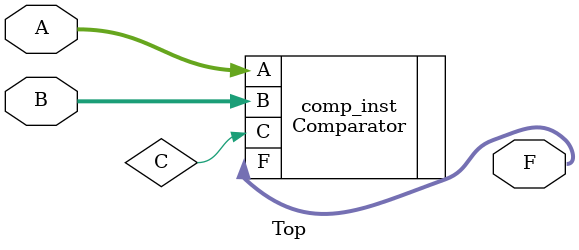
<source format=v>
module Top (
	input [3:0] A,
	input [3:0] B,
	output [2:0] F
	);
	
	Comparator comp_inst (
		.A(A),
		.B(B),
		.C(C),
		.F(F)
	);

endmodule
</source>
